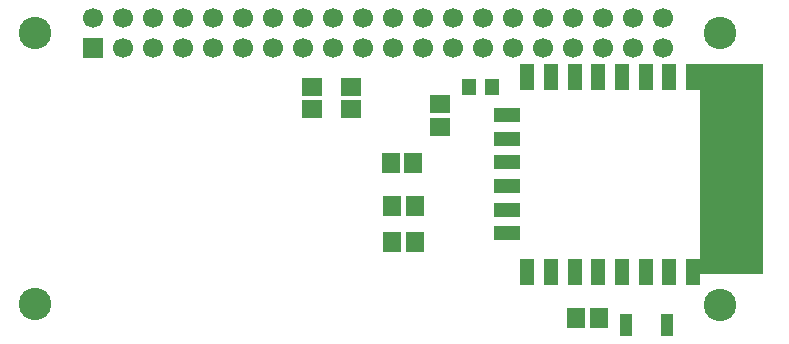
<source format=gts>
G04 DipTrace 3.0.0.2*
G04 wifihat.GTS*
%MOMM*%
G04 #@! TF.FileFunction,Soldermask,Top*
G04 #@! TF.Part,Single*
%ADD31C,2.75*%
%ADD38R,2.2X1.2*%
%ADD40R,1.2X2.2*%
%ADD42R,1.0X1.9*%
%ADD44R,1.2X1.4*%
%ADD46C,1.7*%
%ADD48R,1.7X1.7*%
%ADD50R,1.5X1.7*%
%ADD52R,1.7X1.5*%
%FSLAX35Y35*%
G04*
G71*
G90*
G75*
G01*
G04 TopMask*
%LPD*%
D31*
X49700Y349000D3*
Y2649300D3*
X5850000D3*
X5849700Y348700D3*
D48*
X537000Y2522367D3*
D46*
Y2776367D3*
X791000Y2522367D3*
Y2776367D3*
X1045000Y2522367D3*
Y2776367D3*
X1299000Y2522367D3*
Y2776367D3*
X1553000Y2522367D3*
Y2776367D3*
X1807000Y2522367D3*
Y2776367D3*
X2061000Y2522367D3*
Y2776367D3*
X2315000Y2522367D3*
Y2776367D3*
X2569000Y2522367D3*
Y2776367D3*
X2823000Y2522367D3*
Y2776367D3*
X3077000Y2522367D3*
Y2776367D3*
X3331000Y2522367D3*
Y2776367D3*
X3585000Y2522367D3*
Y2776367D3*
X3839000Y2522367D3*
Y2776367D3*
X4093000Y2522367D3*
Y2776367D3*
X4347000Y2522367D3*
Y2776367D3*
X4601000Y2522367D3*
Y2776367D3*
X4855000Y2522367D3*
Y2776367D3*
X5109000Y2522367D3*
Y2776367D3*
X5363000Y2522367D3*
Y2776367D3*
D44*
X3721000Y2187000D3*
X3921000D3*
D52*
X2724400Y2000500D3*
Y2190500D3*
X2394200Y2000500D3*
Y2190500D3*
D50*
X3253000Y1551000D3*
X3063000D3*
X3263900Y1181100D3*
X3073900D3*
D52*
X3481000Y1853000D3*
Y2043000D3*
D50*
X3263900Y876300D3*
X3073900D3*
X4822000Y231000D3*
X4632000D3*
D42*
X5397000Y179000D3*
X5057000D3*
D40*
X5618999Y2277000D3*
X5418999D3*
X5218999D3*
X5018999D3*
X4818999D3*
X4618999D3*
X4418999D3*
X4218999D3*
D38*
X4043999Y1952000D3*
Y1752000D3*
Y1552000D3*
Y1352000D3*
Y1152000D3*
Y952000D3*
D40*
X4218999Y627000D3*
X4418999D3*
X4618999D3*
X4818999D3*
X5018999D3*
X5218999D3*
X5418999D3*
X5618999D3*
G36*
X5680000Y2387000D2*
X6213000D1*
Y611000D1*
X5680000D1*
Y2387000D1*
G37*
M02*

</source>
